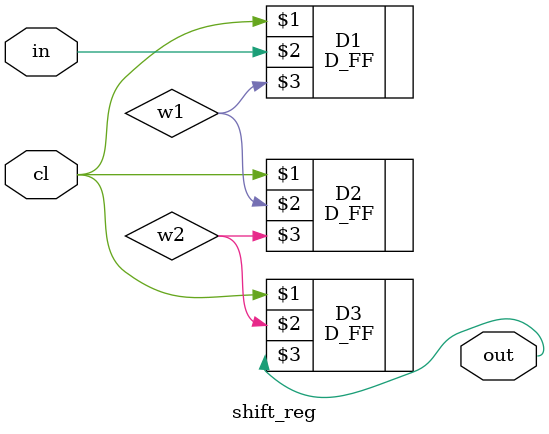
<source format=v>
`timescale 1ns / 1ps
module shift_reg(
    input in,cl,
    output out
    );
	 
	 wire w1, w2;
//	 assign res=1'b1;
	 
	 D_FF D1 (cl, in,/* res,*/ w1);
	 D_FF D2 (cl, w1,/* res, */w2);
	 D_FF D3 (cl, w2,/* res, */out);
	 
endmodule

</source>
